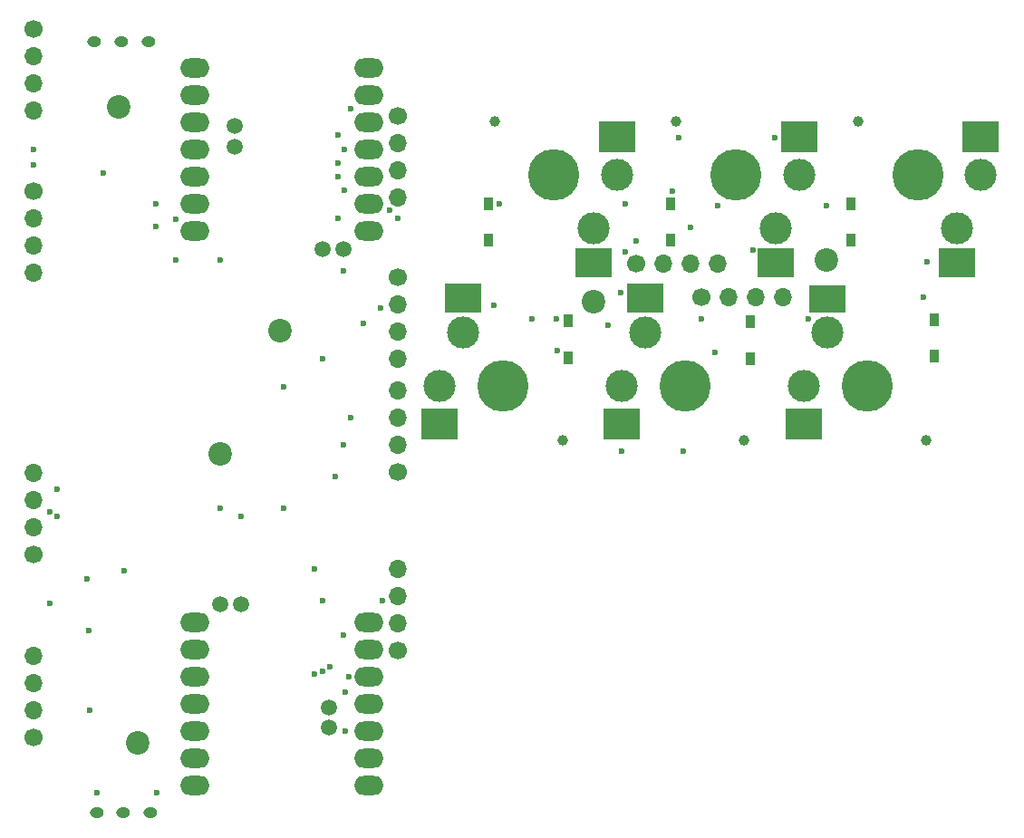
<source format=gbr>
G04 #@! TF.GenerationSoftware,KiCad,Pcbnew,9.0.0*
G04 #@! TF.CreationDate,2025-03-30T22:48:21+09:00*
G04 #@! TF.ProjectId,nofy,6e6f6679-2e6b-4696-9361-645f70636258,rev?*
G04 #@! TF.SameCoordinates,Original*
G04 #@! TF.FileFunction,Soldermask,Bot*
G04 #@! TF.FilePolarity,Negative*
%FSLAX46Y46*%
G04 Gerber Fmt 4.6, Leading zero omitted, Abs format (unit mm)*
G04 Created by KiCad (PCBNEW 9.0.0) date 2025-03-30 22:48:21*
%MOMM*%
%LPD*%
G01*
G04 APERTURE LIST*
%ADD10C,1.700000*%
%ADD11O,1.700000X1.700000*%
%ADD12C,3.000000*%
%ADD13C,4.800000*%
%ADD14C,1.000000*%
%ADD15R,3.500000X2.750000*%
%ADD16R,3.500000X3.000000*%
%ADD17O,2.750000X1.800000*%
%ADD18C,1.500000*%
%ADD19O,1.300000X1.000000*%
%ADD20C,2.200000*%
%ADD21R,3.500000X2.650000*%
%ADD22R,0.950000X1.200000*%
%ADD23R,3.450000X2.750000*%
%ADD24C,0.600000*%
G04 APERTURE END LIST*
D10*
X23585000Y-83785000D03*
D11*
X23585000Y-81245000D03*
X23585000Y-78705000D03*
X23585000Y-76165000D03*
D12*
X63750000Y-63053600D03*
D13*
X67450000Y-68053600D03*
D12*
X61550000Y-68053600D03*
D14*
X73000000Y-73053600D03*
D15*
X63750000Y-59828600D03*
D16*
X61550000Y-71603600D03*
D12*
X80750000Y-63053600D03*
D13*
X84450000Y-68053600D03*
D12*
X78550000Y-68053600D03*
D14*
X90000000Y-73053600D03*
D15*
X80750000Y-59828600D03*
D16*
X78550000Y-71603600D03*
D17*
X54905000Y-105365000D03*
X54905000Y-102825000D03*
X54905000Y-100285000D03*
X54905000Y-97745000D03*
X54905000Y-95205000D03*
X54905000Y-92665000D03*
X54905000Y-90125000D03*
X38665000Y-90125000D03*
X38665000Y-92665000D03*
X38665000Y-95205000D03*
X38665000Y-97745000D03*
X38665000Y-100285000D03*
X38665000Y-102825000D03*
X38665000Y-105365000D03*
D18*
X42949600Y-88433000D03*
X41070000Y-88433000D03*
X51230000Y-98062000D03*
X51230000Y-99967000D03*
D19*
X34485000Y-107895000D03*
X31985000Y-107895000D03*
X29485000Y-107895000D03*
D20*
X75950000Y-60100000D03*
D12*
X97750000Y-63053600D03*
D13*
X101450000Y-68053600D03*
D12*
X95550000Y-68053600D03*
D14*
X107000000Y-73053600D03*
D21*
X97750000Y-59878600D03*
D16*
X95550000Y-71603600D03*
D10*
X23603600Y-49776100D03*
D11*
X23603600Y-52316100D03*
X23603600Y-54856100D03*
X23603600Y-57396100D03*
D10*
X57585000Y-76045000D03*
D11*
X57585000Y-73505000D03*
X57585000Y-70965000D03*
X57585000Y-68425000D03*
D22*
X107750000Y-65253575D03*
X107750000Y-61803575D03*
D20*
X97700000Y-56250000D03*
D12*
X109900000Y-53303600D03*
D13*
X106200000Y-48303600D03*
D12*
X112100000Y-48303600D03*
D14*
X100650000Y-43303600D03*
D15*
X109900000Y-56528600D03*
D16*
X112100000Y-44753600D03*
D22*
X73550000Y-65353575D03*
X73550000Y-61903575D03*
D10*
X23585000Y-100845000D03*
D11*
X23585000Y-98305000D03*
X23585000Y-95765000D03*
X23585000Y-93225000D03*
D10*
X79860000Y-56603600D03*
D11*
X82400000Y-56603600D03*
X84940000Y-56603600D03*
X87480000Y-56603600D03*
D20*
X33350000Y-101350000D03*
D10*
X57603600Y-42771100D03*
D11*
X57603600Y-45311100D03*
X57603600Y-47851100D03*
X57603600Y-50391100D03*
D10*
X85950000Y-59753600D03*
D11*
X88490000Y-59753600D03*
X91030000Y-59753600D03*
X93570000Y-59753600D03*
D10*
X23603600Y-34631100D03*
D11*
X23603600Y-37171100D03*
X23603600Y-39711100D03*
X23603600Y-42251100D03*
D22*
X100000000Y-50953525D03*
X100000000Y-54403525D03*
D17*
X38683600Y-38331100D03*
X38683600Y-40871100D03*
X38683600Y-43411100D03*
X38683600Y-45951100D03*
X38683600Y-48491100D03*
X38683600Y-51031100D03*
X38683600Y-53571100D03*
X54923600Y-53571100D03*
X54923600Y-51031100D03*
X54923600Y-48491100D03*
X54923600Y-45951100D03*
X54923600Y-43411100D03*
X54923600Y-40871100D03*
X54923600Y-38331100D03*
D18*
X50639000Y-55263100D03*
X52518600Y-55263100D03*
X42358600Y-45634100D03*
X42358600Y-43729100D03*
D22*
X83100000Y-50953525D03*
X83100000Y-54403525D03*
D19*
X29303600Y-35821100D03*
X31803600Y-35821100D03*
X34303600Y-35821100D03*
D10*
X57603600Y-57831100D03*
D11*
X57603600Y-60371100D03*
X57603600Y-62911100D03*
X57603600Y-65451100D03*
D20*
X31550000Y-41950000D03*
X41000000Y-74350000D03*
X46650000Y-62850000D03*
D12*
X75900000Y-53303600D03*
D13*
X72200000Y-48303600D03*
D12*
X78100000Y-48303600D03*
D14*
X66650000Y-43303600D03*
D23*
X75925000Y-56528600D03*
D16*
X78100000Y-44753600D03*
D12*
X92900000Y-53303600D03*
D13*
X89200000Y-48303600D03*
D12*
X95100000Y-48303600D03*
D14*
X83650000Y-43303600D03*
D15*
X92900000Y-56528600D03*
D16*
X95100000Y-44753600D03*
D10*
X57585000Y-92745000D03*
D11*
X57585000Y-90205000D03*
X57585000Y-87665000D03*
X57585000Y-85125000D03*
D22*
X90550000Y-65453575D03*
X90550000Y-62003575D03*
X66100000Y-50953525D03*
X66100000Y-54403525D03*
D24*
X51280700Y-94258400D03*
X32019798Y-85265202D03*
X30100000Y-48100000D03*
X72460200Y-61761600D03*
X70163100Y-61761600D03*
X84336000Y-74097300D03*
X78550000Y-74097300D03*
X92827000Y-44814900D03*
X83876700Y-44814900D03*
X36852900Y-52475700D03*
X36852900Y-56226900D03*
X41016500Y-56226900D03*
X35123200Y-106010400D03*
X29485000Y-106010400D03*
X28800000Y-98305000D03*
X72561400Y-64747600D03*
X87220000Y-64914700D03*
X106771600Y-59753600D03*
X78891600Y-51014000D03*
X67131100Y-51014000D03*
X78891600Y-55451900D03*
X84950000Y-53166100D03*
X83250000Y-49800000D03*
X97700000Y-51161800D03*
X87480000Y-51161800D03*
X78490200Y-59320800D03*
X96002700Y-61708100D03*
X77267400Y-62364000D03*
X85950000Y-61708100D03*
X66600000Y-60500000D03*
X90848300Y-55300000D03*
X107100000Y-56413200D03*
X79860000Y-54424200D03*
X53246900Y-42118800D03*
X51998900Y-47221100D03*
X51998900Y-44522000D03*
X52641800Y-45951100D03*
X52641800Y-49761100D03*
X50600000Y-65450000D03*
X57603600Y-52322900D03*
X52019100Y-48491100D03*
X52019100Y-52322900D03*
X54423600Y-62151100D03*
X56827500Y-51577200D03*
X56043700Y-60696600D03*
X23603600Y-45951100D03*
X52518600Y-57250000D03*
X35051100Y-51031100D03*
X35051100Y-53152400D03*
X23603600Y-47340600D03*
X25126550Y-79744387D03*
X25133700Y-88334200D03*
X28547200Y-86050000D03*
X28750000Y-90900000D03*
X25755800Y-77700000D03*
X25755800Y-80238400D03*
X42949600Y-80238400D03*
X52755000Y-100285000D03*
X56195800Y-88039100D03*
X50605700Y-94700000D03*
X50604000Y-88039100D03*
X52755000Y-96600000D03*
X49803997Y-94900000D03*
X49850000Y-85150000D03*
X41070000Y-79447900D03*
X46981900Y-79447900D03*
X46981900Y-68090300D03*
X53228300Y-70950000D03*
X52530000Y-73523700D03*
X52530000Y-91300000D03*
X51750000Y-76485800D03*
X53026800Y-95205000D03*
M02*

</source>
